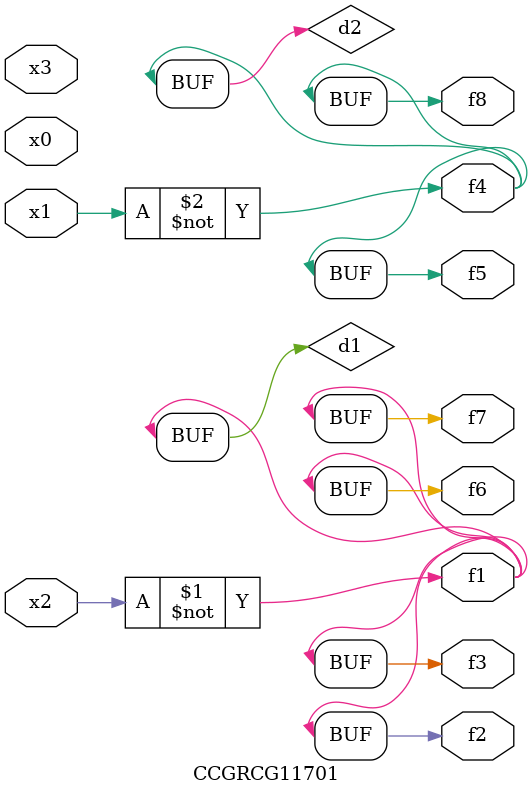
<source format=v>
module CCGRCG11701(
	input x0, x1, x2, x3,
	output f1, f2, f3, f4, f5, f6, f7, f8
);

	wire d1, d2;

	xnor (d1, x2);
	not (d2, x1);
	assign f1 = d1;
	assign f2 = d1;
	assign f3 = d1;
	assign f4 = d2;
	assign f5 = d2;
	assign f6 = d1;
	assign f7 = d1;
	assign f8 = d2;
endmodule

</source>
